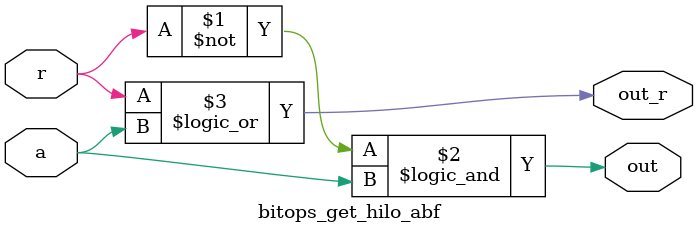
<source format=v>
module bitops_get_hilo_abf(a,r,out,out_r);
input wire a,r;
output wire out, out_r;

assign  out = (~r)&&a; //out = (r==0) ? a : 0;
assign  out_r = r||a;//(r==1)||(a==1);

endmodule

</source>
